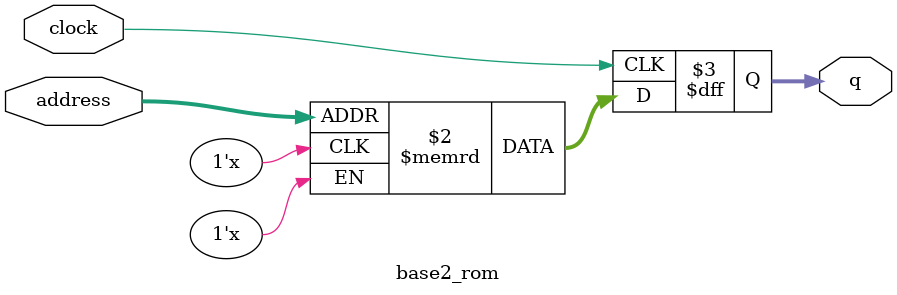
<source format=sv>
module base2_rom (
	input logic clock,
	input logic [9:0] address,
	output logic [7:0] q
);

logic [7:0] memory [0:1023] /* synthesis ram_init_file = "./base2/base2.mif" */;

always_ff @ (posedge clock) begin
	q <= memory[address];
end

endmodule

</source>
